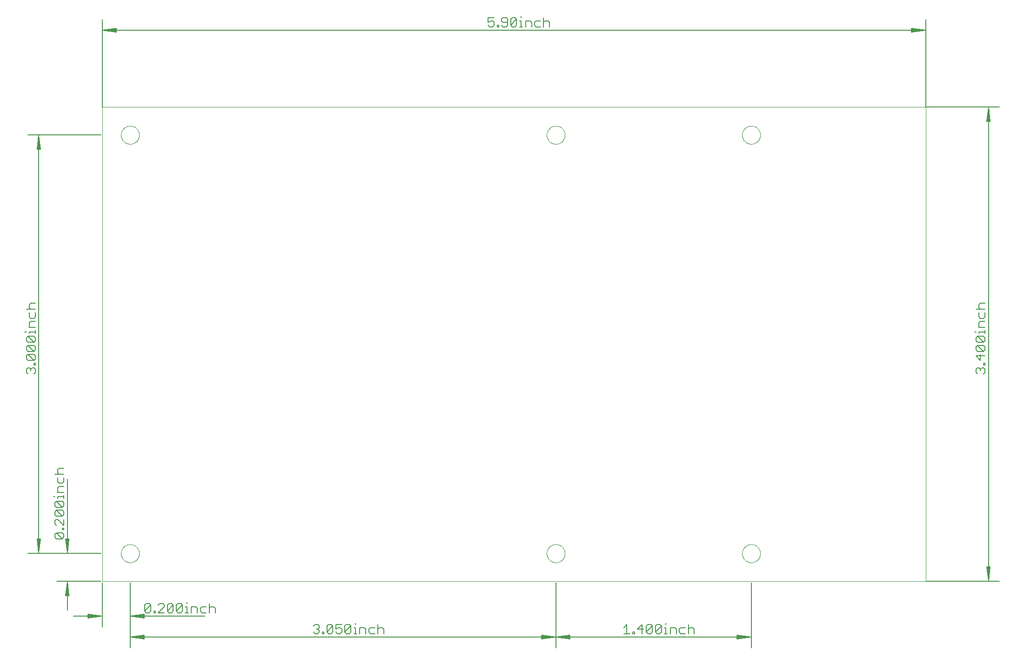
<source format=gbp>
G75*
%MOIN*%
%OFA0B0*%
%FSLAX25Y25*%
%IPPOS*%
%LPD*%
%AMOC8*
5,1,8,0,0,1.08239X$1,22.5*
%
%ADD10C,0.00000*%
%ADD11C,0.00512*%
%ADD12C,0.00600*%
D10*
X0240000Y0265000D02*
X0240000Y0605000D01*
X0830000Y0605000D01*
X0830000Y0265000D01*
X0240000Y0265000D01*
X0253500Y0285000D02*
X0253502Y0285161D01*
X0253508Y0285321D01*
X0253518Y0285482D01*
X0253532Y0285642D01*
X0253550Y0285802D01*
X0253571Y0285961D01*
X0253597Y0286120D01*
X0253627Y0286278D01*
X0253660Y0286435D01*
X0253698Y0286592D01*
X0253739Y0286747D01*
X0253784Y0286901D01*
X0253833Y0287054D01*
X0253886Y0287206D01*
X0253942Y0287357D01*
X0254003Y0287506D01*
X0254066Y0287654D01*
X0254134Y0287800D01*
X0254205Y0287944D01*
X0254279Y0288086D01*
X0254357Y0288227D01*
X0254439Y0288365D01*
X0254524Y0288502D01*
X0254612Y0288636D01*
X0254704Y0288768D01*
X0254799Y0288898D01*
X0254897Y0289026D01*
X0254998Y0289151D01*
X0255102Y0289273D01*
X0255209Y0289393D01*
X0255319Y0289510D01*
X0255432Y0289625D01*
X0255548Y0289736D01*
X0255667Y0289845D01*
X0255788Y0289950D01*
X0255912Y0290053D01*
X0256038Y0290153D01*
X0256166Y0290249D01*
X0256297Y0290342D01*
X0256431Y0290432D01*
X0256566Y0290519D01*
X0256704Y0290602D01*
X0256843Y0290682D01*
X0256985Y0290758D01*
X0257128Y0290831D01*
X0257273Y0290900D01*
X0257420Y0290966D01*
X0257568Y0291028D01*
X0257718Y0291086D01*
X0257869Y0291141D01*
X0258022Y0291192D01*
X0258176Y0291239D01*
X0258331Y0291282D01*
X0258487Y0291321D01*
X0258643Y0291357D01*
X0258801Y0291388D01*
X0258959Y0291416D01*
X0259118Y0291440D01*
X0259278Y0291460D01*
X0259438Y0291476D01*
X0259598Y0291488D01*
X0259759Y0291496D01*
X0259920Y0291500D01*
X0260080Y0291500D01*
X0260241Y0291496D01*
X0260402Y0291488D01*
X0260562Y0291476D01*
X0260722Y0291460D01*
X0260882Y0291440D01*
X0261041Y0291416D01*
X0261199Y0291388D01*
X0261357Y0291357D01*
X0261513Y0291321D01*
X0261669Y0291282D01*
X0261824Y0291239D01*
X0261978Y0291192D01*
X0262131Y0291141D01*
X0262282Y0291086D01*
X0262432Y0291028D01*
X0262580Y0290966D01*
X0262727Y0290900D01*
X0262872Y0290831D01*
X0263015Y0290758D01*
X0263157Y0290682D01*
X0263296Y0290602D01*
X0263434Y0290519D01*
X0263569Y0290432D01*
X0263703Y0290342D01*
X0263834Y0290249D01*
X0263962Y0290153D01*
X0264088Y0290053D01*
X0264212Y0289950D01*
X0264333Y0289845D01*
X0264452Y0289736D01*
X0264568Y0289625D01*
X0264681Y0289510D01*
X0264791Y0289393D01*
X0264898Y0289273D01*
X0265002Y0289151D01*
X0265103Y0289026D01*
X0265201Y0288898D01*
X0265296Y0288768D01*
X0265388Y0288636D01*
X0265476Y0288502D01*
X0265561Y0288365D01*
X0265643Y0288227D01*
X0265721Y0288086D01*
X0265795Y0287944D01*
X0265866Y0287800D01*
X0265934Y0287654D01*
X0265997Y0287506D01*
X0266058Y0287357D01*
X0266114Y0287206D01*
X0266167Y0287054D01*
X0266216Y0286901D01*
X0266261Y0286747D01*
X0266302Y0286592D01*
X0266340Y0286435D01*
X0266373Y0286278D01*
X0266403Y0286120D01*
X0266429Y0285961D01*
X0266450Y0285802D01*
X0266468Y0285642D01*
X0266482Y0285482D01*
X0266492Y0285321D01*
X0266498Y0285161D01*
X0266500Y0285000D01*
X0266498Y0284839D01*
X0266492Y0284679D01*
X0266482Y0284518D01*
X0266468Y0284358D01*
X0266450Y0284198D01*
X0266429Y0284039D01*
X0266403Y0283880D01*
X0266373Y0283722D01*
X0266340Y0283565D01*
X0266302Y0283408D01*
X0266261Y0283253D01*
X0266216Y0283099D01*
X0266167Y0282946D01*
X0266114Y0282794D01*
X0266058Y0282643D01*
X0265997Y0282494D01*
X0265934Y0282346D01*
X0265866Y0282200D01*
X0265795Y0282056D01*
X0265721Y0281914D01*
X0265643Y0281773D01*
X0265561Y0281635D01*
X0265476Y0281498D01*
X0265388Y0281364D01*
X0265296Y0281232D01*
X0265201Y0281102D01*
X0265103Y0280974D01*
X0265002Y0280849D01*
X0264898Y0280727D01*
X0264791Y0280607D01*
X0264681Y0280490D01*
X0264568Y0280375D01*
X0264452Y0280264D01*
X0264333Y0280155D01*
X0264212Y0280050D01*
X0264088Y0279947D01*
X0263962Y0279847D01*
X0263834Y0279751D01*
X0263703Y0279658D01*
X0263569Y0279568D01*
X0263434Y0279481D01*
X0263296Y0279398D01*
X0263157Y0279318D01*
X0263015Y0279242D01*
X0262872Y0279169D01*
X0262727Y0279100D01*
X0262580Y0279034D01*
X0262432Y0278972D01*
X0262282Y0278914D01*
X0262131Y0278859D01*
X0261978Y0278808D01*
X0261824Y0278761D01*
X0261669Y0278718D01*
X0261513Y0278679D01*
X0261357Y0278643D01*
X0261199Y0278612D01*
X0261041Y0278584D01*
X0260882Y0278560D01*
X0260722Y0278540D01*
X0260562Y0278524D01*
X0260402Y0278512D01*
X0260241Y0278504D01*
X0260080Y0278500D01*
X0259920Y0278500D01*
X0259759Y0278504D01*
X0259598Y0278512D01*
X0259438Y0278524D01*
X0259278Y0278540D01*
X0259118Y0278560D01*
X0258959Y0278584D01*
X0258801Y0278612D01*
X0258643Y0278643D01*
X0258487Y0278679D01*
X0258331Y0278718D01*
X0258176Y0278761D01*
X0258022Y0278808D01*
X0257869Y0278859D01*
X0257718Y0278914D01*
X0257568Y0278972D01*
X0257420Y0279034D01*
X0257273Y0279100D01*
X0257128Y0279169D01*
X0256985Y0279242D01*
X0256843Y0279318D01*
X0256704Y0279398D01*
X0256566Y0279481D01*
X0256431Y0279568D01*
X0256297Y0279658D01*
X0256166Y0279751D01*
X0256038Y0279847D01*
X0255912Y0279947D01*
X0255788Y0280050D01*
X0255667Y0280155D01*
X0255548Y0280264D01*
X0255432Y0280375D01*
X0255319Y0280490D01*
X0255209Y0280607D01*
X0255102Y0280727D01*
X0254998Y0280849D01*
X0254897Y0280974D01*
X0254799Y0281102D01*
X0254704Y0281232D01*
X0254612Y0281364D01*
X0254524Y0281498D01*
X0254439Y0281635D01*
X0254357Y0281773D01*
X0254279Y0281914D01*
X0254205Y0282056D01*
X0254134Y0282200D01*
X0254066Y0282346D01*
X0254003Y0282494D01*
X0253942Y0282643D01*
X0253886Y0282794D01*
X0253833Y0282946D01*
X0253784Y0283099D01*
X0253739Y0283253D01*
X0253698Y0283408D01*
X0253660Y0283565D01*
X0253627Y0283722D01*
X0253597Y0283880D01*
X0253571Y0284039D01*
X0253550Y0284198D01*
X0253532Y0284358D01*
X0253518Y0284518D01*
X0253508Y0284679D01*
X0253502Y0284839D01*
X0253500Y0285000D01*
X0558500Y0285000D02*
X0558502Y0285161D01*
X0558508Y0285321D01*
X0558518Y0285482D01*
X0558532Y0285642D01*
X0558550Y0285802D01*
X0558571Y0285961D01*
X0558597Y0286120D01*
X0558627Y0286278D01*
X0558660Y0286435D01*
X0558698Y0286592D01*
X0558739Y0286747D01*
X0558784Y0286901D01*
X0558833Y0287054D01*
X0558886Y0287206D01*
X0558942Y0287357D01*
X0559003Y0287506D01*
X0559066Y0287654D01*
X0559134Y0287800D01*
X0559205Y0287944D01*
X0559279Y0288086D01*
X0559357Y0288227D01*
X0559439Y0288365D01*
X0559524Y0288502D01*
X0559612Y0288636D01*
X0559704Y0288768D01*
X0559799Y0288898D01*
X0559897Y0289026D01*
X0559998Y0289151D01*
X0560102Y0289273D01*
X0560209Y0289393D01*
X0560319Y0289510D01*
X0560432Y0289625D01*
X0560548Y0289736D01*
X0560667Y0289845D01*
X0560788Y0289950D01*
X0560912Y0290053D01*
X0561038Y0290153D01*
X0561166Y0290249D01*
X0561297Y0290342D01*
X0561431Y0290432D01*
X0561566Y0290519D01*
X0561704Y0290602D01*
X0561843Y0290682D01*
X0561985Y0290758D01*
X0562128Y0290831D01*
X0562273Y0290900D01*
X0562420Y0290966D01*
X0562568Y0291028D01*
X0562718Y0291086D01*
X0562869Y0291141D01*
X0563022Y0291192D01*
X0563176Y0291239D01*
X0563331Y0291282D01*
X0563487Y0291321D01*
X0563643Y0291357D01*
X0563801Y0291388D01*
X0563959Y0291416D01*
X0564118Y0291440D01*
X0564278Y0291460D01*
X0564438Y0291476D01*
X0564598Y0291488D01*
X0564759Y0291496D01*
X0564920Y0291500D01*
X0565080Y0291500D01*
X0565241Y0291496D01*
X0565402Y0291488D01*
X0565562Y0291476D01*
X0565722Y0291460D01*
X0565882Y0291440D01*
X0566041Y0291416D01*
X0566199Y0291388D01*
X0566357Y0291357D01*
X0566513Y0291321D01*
X0566669Y0291282D01*
X0566824Y0291239D01*
X0566978Y0291192D01*
X0567131Y0291141D01*
X0567282Y0291086D01*
X0567432Y0291028D01*
X0567580Y0290966D01*
X0567727Y0290900D01*
X0567872Y0290831D01*
X0568015Y0290758D01*
X0568157Y0290682D01*
X0568296Y0290602D01*
X0568434Y0290519D01*
X0568569Y0290432D01*
X0568703Y0290342D01*
X0568834Y0290249D01*
X0568962Y0290153D01*
X0569088Y0290053D01*
X0569212Y0289950D01*
X0569333Y0289845D01*
X0569452Y0289736D01*
X0569568Y0289625D01*
X0569681Y0289510D01*
X0569791Y0289393D01*
X0569898Y0289273D01*
X0570002Y0289151D01*
X0570103Y0289026D01*
X0570201Y0288898D01*
X0570296Y0288768D01*
X0570388Y0288636D01*
X0570476Y0288502D01*
X0570561Y0288365D01*
X0570643Y0288227D01*
X0570721Y0288086D01*
X0570795Y0287944D01*
X0570866Y0287800D01*
X0570934Y0287654D01*
X0570997Y0287506D01*
X0571058Y0287357D01*
X0571114Y0287206D01*
X0571167Y0287054D01*
X0571216Y0286901D01*
X0571261Y0286747D01*
X0571302Y0286592D01*
X0571340Y0286435D01*
X0571373Y0286278D01*
X0571403Y0286120D01*
X0571429Y0285961D01*
X0571450Y0285802D01*
X0571468Y0285642D01*
X0571482Y0285482D01*
X0571492Y0285321D01*
X0571498Y0285161D01*
X0571500Y0285000D01*
X0571498Y0284839D01*
X0571492Y0284679D01*
X0571482Y0284518D01*
X0571468Y0284358D01*
X0571450Y0284198D01*
X0571429Y0284039D01*
X0571403Y0283880D01*
X0571373Y0283722D01*
X0571340Y0283565D01*
X0571302Y0283408D01*
X0571261Y0283253D01*
X0571216Y0283099D01*
X0571167Y0282946D01*
X0571114Y0282794D01*
X0571058Y0282643D01*
X0570997Y0282494D01*
X0570934Y0282346D01*
X0570866Y0282200D01*
X0570795Y0282056D01*
X0570721Y0281914D01*
X0570643Y0281773D01*
X0570561Y0281635D01*
X0570476Y0281498D01*
X0570388Y0281364D01*
X0570296Y0281232D01*
X0570201Y0281102D01*
X0570103Y0280974D01*
X0570002Y0280849D01*
X0569898Y0280727D01*
X0569791Y0280607D01*
X0569681Y0280490D01*
X0569568Y0280375D01*
X0569452Y0280264D01*
X0569333Y0280155D01*
X0569212Y0280050D01*
X0569088Y0279947D01*
X0568962Y0279847D01*
X0568834Y0279751D01*
X0568703Y0279658D01*
X0568569Y0279568D01*
X0568434Y0279481D01*
X0568296Y0279398D01*
X0568157Y0279318D01*
X0568015Y0279242D01*
X0567872Y0279169D01*
X0567727Y0279100D01*
X0567580Y0279034D01*
X0567432Y0278972D01*
X0567282Y0278914D01*
X0567131Y0278859D01*
X0566978Y0278808D01*
X0566824Y0278761D01*
X0566669Y0278718D01*
X0566513Y0278679D01*
X0566357Y0278643D01*
X0566199Y0278612D01*
X0566041Y0278584D01*
X0565882Y0278560D01*
X0565722Y0278540D01*
X0565562Y0278524D01*
X0565402Y0278512D01*
X0565241Y0278504D01*
X0565080Y0278500D01*
X0564920Y0278500D01*
X0564759Y0278504D01*
X0564598Y0278512D01*
X0564438Y0278524D01*
X0564278Y0278540D01*
X0564118Y0278560D01*
X0563959Y0278584D01*
X0563801Y0278612D01*
X0563643Y0278643D01*
X0563487Y0278679D01*
X0563331Y0278718D01*
X0563176Y0278761D01*
X0563022Y0278808D01*
X0562869Y0278859D01*
X0562718Y0278914D01*
X0562568Y0278972D01*
X0562420Y0279034D01*
X0562273Y0279100D01*
X0562128Y0279169D01*
X0561985Y0279242D01*
X0561843Y0279318D01*
X0561704Y0279398D01*
X0561566Y0279481D01*
X0561431Y0279568D01*
X0561297Y0279658D01*
X0561166Y0279751D01*
X0561038Y0279847D01*
X0560912Y0279947D01*
X0560788Y0280050D01*
X0560667Y0280155D01*
X0560548Y0280264D01*
X0560432Y0280375D01*
X0560319Y0280490D01*
X0560209Y0280607D01*
X0560102Y0280727D01*
X0559998Y0280849D01*
X0559897Y0280974D01*
X0559799Y0281102D01*
X0559704Y0281232D01*
X0559612Y0281364D01*
X0559524Y0281498D01*
X0559439Y0281635D01*
X0559357Y0281773D01*
X0559279Y0281914D01*
X0559205Y0282056D01*
X0559134Y0282200D01*
X0559066Y0282346D01*
X0559003Y0282494D01*
X0558942Y0282643D01*
X0558886Y0282794D01*
X0558833Y0282946D01*
X0558784Y0283099D01*
X0558739Y0283253D01*
X0558698Y0283408D01*
X0558660Y0283565D01*
X0558627Y0283722D01*
X0558597Y0283880D01*
X0558571Y0284039D01*
X0558550Y0284198D01*
X0558532Y0284358D01*
X0558518Y0284518D01*
X0558508Y0284679D01*
X0558502Y0284839D01*
X0558500Y0285000D01*
X0698500Y0285000D02*
X0698502Y0285161D01*
X0698508Y0285321D01*
X0698518Y0285482D01*
X0698532Y0285642D01*
X0698550Y0285802D01*
X0698571Y0285961D01*
X0698597Y0286120D01*
X0698627Y0286278D01*
X0698660Y0286435D01*
X0698698Y0286592D01*
X0698739Y0286747D01*
X0698784Y0286901D01*
X0698833Y0287054D01*
X0698886Y0287206D01*
X0698942Y0287357D01*
X0699003Y0287506D01*
X0699066Y0287654D01*
X0699134Y0287800D01*
X0699205Y0287944D01*
X0699279Y0288086D01*
X0699357Y0288227D01*
X0699439Y0288365D01*
X0699524Y0288502D01*
X0699612Y0288636D01*
X0699704Y0288768D01*
X0699799Y0288898D01*
X0699897Y0289026D01*
X0699998Y0289151D01*
X0700102Y0289273D01*
X0700209Y0289393D01*
X0700319Y0289510D01*
X0700432Y0289625D01*
X0700548Y0289736D01*
X0700667Y0289845D01*
X0700788Y0289950D01*
X0700912Y0290053D01*
X0701038Y0290153D01*
X0701166Y0290249D01*
X0701297Y0290342D01*
X0701431Y0290432D01*
X0701566Y0290519D01*
X0701704Y0290602D01*
X0701843Y0290682D01*
X0701985Y0290758D01*
X0702128Y0290831D01*
X0702273Y0290900D01*
X0702420Y0290966D01*
X0702568Y0291028D01*
X0702718Y0291086D01*
X0702869Y0291141D01*
X0703022Y0291192D01*
X0703176Y0291239D01*
X0703331Y0291282D01*
X0703487Y0291321D01*
X0703643Y0291357D01*
X0703801Y0291388D01*
X0703959Y0291416D01*
X0704118Y0291440D01*
X0704278Y0291460D01*
X0704438Y0291476D01*
X0704598Y0291488D01*
X0704759Y0291496D01*
X0704920Y0291500D01*
X0705080Y0291500D01*
X0705241Y0291496D01*
X0705402Y0291488D01*
X0705562Y0291476D01*
X0705722Y0291460D01*
X0705882Y0291440D01*
X0706041Y0291416D01*
X0706199Y0291388D01*
X0706357Y0291357D01*
X0706513Y0291321D01*
X0706669Y0291282D01*
X0706824Y0291239D01*
X0706978Y0291192D01*
X0707131Y0291141D01*
X0707282Y0291086D01*
X0707432Y0291028D01*
X0707580Y0290966D01*
X0707727Y0290900D01*
X0707872Y0290831D01*
X0708015Y0290758D01*
X0708157Y0290682D01*
X0708296Y0290602D01*
X0708434Y0290519D01*
X0708569Y0290432D01*
X0708703Y0290342D01*
X0708834Y0290249D01*
X0708962Y0290153D01*
X0709088Y0290053D01*
X0709212Y0289950D01*
X0709333Y0289845D01*
X0709452Y0289736D01*
X0709568Y0289625D01*
X0709681Y0289510D01*
X0709791Y0289393D01*
X0709898Y0289273D01*
X0710002Y0289151D01*
X0710103Y0289026D01*
X0710201Y0288898D01*
X0710296Y0288768D01*
X0710388Y0288636D01*
X0710476Y0288502D01*
X0710561Y0288365D01*
X0710643Y0288227D01*
X0710721Y0288086D01*
X0710795Y0287944D01*
X0710866Y0287800D01*
X0710934Y0287654D01*
X0710997Y0287506D01*
X0711058Y0287357D01*
X0711114Y0287206D01*
X0711167Y0287054D01*
X0711216Y0286901D01*
X0711261Y0286747D01*
X0711302Y0286592D01*
X0711340Y0286435D01*
X0711373Y0286278D01*
X0711403Y0286120D01*
X0711429Y0285961D01*
X0711450Y0285802D01*
X0711468Y0285642D01*
X0711482Y0285482D01*
X0711492Y0285321D01*
X0711498Y0285161D01*
X0711500Y0285000D01*
X0711498Y0284839D01*
X0711492Y0284679D01*
X0711482Y0284518D01*
X0711468Y0284358D01*
X0711450Y0284198D01*
X0711429Y0284039D01*
X0711403Y0283880D01*
X0711373Y0283722D01*
X0711340Y0283565D01*
X0711302Y0283408D01*
X0711261Y0283253D01*
X0711216Y0283099D01*
X0711167Y0282946D01*
X0711114Y0282794D01*
X0711058Y0282643D01*
X0710997Y0282494D01*
X0710934Y0282346D01*
X0710866Y0282200D01*
X0710795Y0282056D01*
X0710721Y0281914D01*
X0710643Y0281773D01*
X0710561Y0281635D01*
X0710476Y0281498D01*
X0710388Y0281364D01*
X0710296Y0281232D01*
X0710201Y0281102D01*
X0710103Y0280974D01*
X0710002Y0280849D01*
X0709898Y0280727D01*
X0709791Y0280607D01*
X0709681Y0280490D01*
X0709568Y0280375D01*
X0709452Y0280264D01*
X0709333Y0280155D01*
X0709212Y0280050D01*
X0709088Y0279947D01*
X0708962Y0279847D01*
X0708834Y0279751D01*
X0708703Y0279658D01*
X0708569Y0279568D01*
X0708434Y0279481D01*
X0708296Y0279398D01*
X0708157Y0279318D01*
X0708015Y0279242D01*
X0707872Y0279169D01*
X0707727Y0279100D01*
X0707580Y0279034D01*
X0707432Y0278972D01*
X0707282Y0278914D01*
X0707131Y0278859D01*
X0706978Y0278808D01*
X0706824Y0278761D01*
X0706669Y0278718D01*
X0706513Y0278679D01*
X0706357Y0278643D01*
X0706199Y0278612D01*
X0706041Y0278584D01*
X0705882Y0278560D01*
X0705722Y0278540D01*
X0705562Y0278524D01*
X0705402Y0278512D01*
X0705241Y0278504D01*
X0705080Y0278500D01*
X0704920Y0278500D01*
X0704759Y0278504D01*
X0704598Y0278512D01*
X0704438Y0278524D01*
X0704278Y0278540D01*
X0704118Y0278560D01*
X0703959Y0278584D01*
X0703801Y0278612D01*
X0703643Y0278643D01*
X0703487Y0278679D01*
X0703331Y0278718D01*
X0703176Y0278761D01*
X0703022Y0278808D01*
X0702869Y0278859D01*
X0702718Y0278914D01*
X0702568Y0278972D01*
X0702420Y0279034D01*
X0702273Y0279100D01*
X0702128Y0279169D01*
X0701985Y0279242D01*
X0701843Y0279318D01*
X0701704Y0279398D01*
X0701566Y0279481D01*
X0701431Y0279568D01*
X0701297Y0279658D01*
X0701166Y0279751D01*
X0701038Y0279847D01*
X0700912Y0279947D01*
X0700788Y0280050D01*
X0700667Y0280155D01*
X0700548Y0280264D01*
X0700432Y0280375D01*
X0700319Y0280490D01*
X0700209Y0280607D01*
X0700102Y0280727D01*
X0699998Y0280849D01*
X0699897Y0280974D01*
X0699799Y0281102D01*
X0699704Y0281232D01*
X0699612Y0281364D01*
X0699524Y0281498D01*
X0699439Y0281635D01*
X0699357Y0281773D01*
X0699279Y0281914D01*
X0699205Y0282056D01*
X0699134Y0282200D01*
X0699066Y0282346D01*
X0699003Y0282494D01*
X0698942Y0282643D01*
X0698886Y0282794D01*
X0698833Y0282946D01*
X0698784Y0283099D01*
X0698739Y0283253D01*
X0698698Y0283408D01*
X0698660Y0283565D01*
X0698627Y0283722D01*
X0698597Y0283880D01*
X0698571Y0284039D01*
X0698550Y0284198D01*
X0698532Y0284358D01*
X0698518Y0284518D01*
X0698508Y0284679D01*
X0698502Y0284839D01*
X0698500Y0285000D01*
X0698500Y0585000D02*
X0698502Y0585161D01*
X0698508Y0585321D01*
X0698518Y0585482D01*
X0698532Y0585642D01*
X0698550Y0585802D01*
X0698571Y0585961D01*
X0698597Y0586120D01*
X0698627Y0586278D01*
X0698660Y0586435D01*
X0698698Y0586592D01*
X0698739Y0586747D01*
X0698784Y0586901D01*
X0698833Y0587054D01*
X0698886Y0587206D01*
X0698942Y0587357D01*
X0699003Y0587506D01*
X0699066Y0587654D01*
X0699134Y0587800D01*
X0699205Y0587944D01*
X0699279Y0588086D01*
X0699357Y0588227D01*
X0699439Y0588365D01*
X0699524Y0588502D01*
X0699612Y0588636D01*
X0699704Y0588768D01*
X0699799Y0588898D01*
X0699897Y0589026D01*
X0699998Y0589151D01*
X0700102Y0589273D01*
X0700209Y0589393D01*
X0700319Y0589510D01*
X0700432Y0589625D01*
X0700548Y0589736D01*
X0700667Y0589845D01*
X0700788Y0589950D01*
X0700912Y0590053D01*
X0701038Y0590153D01*
X0701166Y0590249D01*
X0701297Y0590342D01*
X0701431Y0590432D01*
X0701566Y0590519D01*
X0701704Y0590602D01*
X0701843Y0590682D01*
X0701985Y0590758D01*
X0702128Y0590831D01*
X0702273Y0590900D01*
X0702420Y0590966D01*
X0702568Y0591028D01*
X0702718Y0591086D01*
X0702869Y0591141D01*
X0703022Y0591192D01*
X0703176Y0591239D01*
X0703331Y0591282D01*
X0703487Y0591321D01*
X0703643Y0591357D01*
X0703801Y0591388D01*
X0703959Y0591416D01*
X0704118Y0591440D01*
X0704278Y0591460D01*
X0704438Y0591476D01*
X0704598Y0591488D01*
X0704759Y0591496D01*
X0704920Y0591500D01*
X0705080Y0591500D01*
X0705241Y0591496D01*
X0705402Y0591488D01*
X0705562Y0591476D01*
X0705722Y0591460D01*
X0705882Y0591440D01*
X0706041Y0591416D01*
X0706199Y0591388D01*
X0706357Y0591357D01*
X0706513Y0591321D01*
X0706669Y0591282D01*
X0706824Y0591239D01*
X0706978Y0591192D01*
X0707131Y0591141D01*
X0707282Y0591086D01*
X0707432Y0591028D01*
X0707580Y0590966D01*
X0707727Y0590900D01*
X0707872Y0590831D01*
X0708015Y0590758D01*
X0708157Y0590682D01*
X0708296Y0590602D01*
X0708434Y0590519D01*
X0708569Y0590432D01*
X0708703Y0590342D01*
X0708834Y0590249D01*
X0708962Y0590153D01*
X0709088Y0590053D01*
X0709212Y0589950D01*
X0709333Y0589845D01*
X0709452Y0589736D01*
X0709568Y0589625D01*
X0709681Y0589510D01*
X0709791Y0589393D01*
X0709898Y0589273D01*
X0710002Y0589151D01*
X0710103Y0589026D01*
X0710201Y0588898D01*
X0710296Y0588768D01*
X0710388Y0588636D01*
X0710476Y0588502D01*
X0710561Y0588365D01*
X0710643Y0588227D01*
X0710721Y0588086D01*
X0710795Y0587944D01*
X0710866Y0587800D01*
X0710934Y0587654D01*
X0710997Y0587506D01*
X0711058Y0587357D01*
X0711114Y0587206D01*
X0711167Y0587054D01*
X0711216Y0586901D01*
X0711261Y0586747D01*
X0711302Y0586592D01*
X0711340Y0586435D01*
X0711373Y0586278D01*
X0711403Y0586120D01*
X0711429Y0585961D01*
X0711450Y0585802D01*
X0711468Y0585642D01*
X0711482Y0585482D01*
X0711492Y0585321D01*
X0711498Y0585161D01*
X0711500Y0585000D01*
X0711498Y0584839D01*
X0711492Y0584679D01*
X0711482Y0584518D01*
X0711468Y0584358D01*
X0711450Y0584198D01*
X0711429Y0584039D01*
X0711403Y0583880D01*
X0711373Y0583722D01*
X0711340Y0583565D01*
X0711302Y0583408D01*
X0711261Y0583253D01*
X0711216Y0583099D01*
X0711167Y0582946D01*
X0711114Y0582794D01*
X0711058Y0582643D01*
X0710997Y0582494D01*
X0710934Y0582346D01*
X0710866Y0582200D01*
X0710795Y0582056D01*
X0710721Y0581914D01*
X0710643Y0581773D01*
X0710561Y0581635D01*
X0710476Y0581498D01*
X0710388Y0581364D01*
X0710296Y0581232D01*
X0710201Y0581102D01*
X0710103Y0580974D01*
X0710002Y0580849D01*
X0709898Y0580727D01*
X0709791Y0580607D01*
X0709681Y0580490D01*
X0709568Y0580375D01*
X0709452Y0580264D01*
X0709333Y0580155D01*
X0709212Y0580050D01*
X0709088Y0579947D01*
X0708962Y0579847D01*
X0708834Y0579751D01*
X0708703Y0579658D01*
X0708569Y0579568D01*
X0708434Y0579481D01*
X0708296Y0579398D01*
X0708157Y0579318D01*
X0708015Y0579242D01*
X0707872Y0579169D01*
X0707727Y0579100D01*
X0707580Y0579034D01*
X0707432Y0578972D01*
X0707282Y0578914D01*
X0707131Y0578859D01*
X0706978Y0578808D01*
X0706824Y0578761D01*
X0706669Y0578718D01*
X0706513Y0578679D01*
X0706357Y0578643D01*
X0706199Y0578612D01*
X0706041Y0578584D01*
X0705882Y0578560D01*
X0705722Y0578540D01*
X0705562Y0578524D01*
X0705402Y0578512D01*
X0705241Y0578504D01*
X0705080Y0578500D01*
X0704920Y0578500D01*
X0704759Y0578504D01*
X0704598Y0578512D01*
X0704438Y0578524D01*
X0704278Y0578540D01*
X0704118Y0578560D01*
X0703959Y0578584D01*
X0703801Y0578612D01*
X0703643Y0578643D01*
X0703487Y0578679D01*
X0703331Y0578718D01*
X0703176Y0578761D01*
X0703022Y0578808D01*
X0702869Y0578859D01*
X0702718Y0578914D01*
X0702568Y0578972D01*
X0702420Y0579034D01*
X0702273Y0579100D01*
X0702128Y0579169D01*
X0701985Y0579242D01*
X0701843Y0579318D01*
X0701704Y0579398D01*
X0701566Y0579481D01*
X0701431Y0579568D01*
X0701297Y0579658D01*
X0701166Y0579751D01*
X0701038Y0579847D01*
X0700912Y0579947D01*
X0700788Y0580050D01*
X0700667Y0580155D01*
X0700548Y0580264D01*
X0700432Y0580375D01*
X0700319Y0580490D01*
X0700209Y0580607D01*
X0700102Y0580727D01*
X0699998Y0580849D01*
X0699897Y0580974D01*
X0699799Y0581102D01*
X0699704Y0581232D01*
X0699612Y0581364D01*
X0699524Y0581498D01*
X0699439Y0581635D01*
X0699357Y0581773D01*
X0699279Y0581914D01*
X0699205Y0582056D01*
X0699134Y0582200D01*
X0699066Y0582346D01*
X0699003Y0582494D01*
X0698942Y0582643D01*
X0698886Y0582794D01*
X0698833Y0582946D01*
X0698784Y0583099D01*
X0698739Y0583253D01*
X0698698Y0583408D01*
X0698660Y0583565D01*
X0698627Y0583722D01*
X0698597Y0583880D01*
X0698571Y0584039D01*
X0698550Y0584198D01*
X0698532Y0584358D01*
X0698518Y0584518D01*
X0698508Y0584679D01*
X0698502Y0584839D01*
X0698500Y0585000D01*
X0558500Y0585000D02*
X0558502Y0585161D01*
X0558508Y0585321D01*
X0558518Y0585482D01*
X0558532Y0585642D01*
X0558550Y0585802D01*
X0558571Y0585961D01*
X0558597Y0586120D01*
X0558627Y0586278D01*
X0558660Y0586435D01*
X0558698Y0586592D01*
X0558739Y0586747D01*
X0558784Y0586901D01*
X0558833Y0587054D01*
X0558886Y0587206D01*
X0558942Y0587357D01*
X0559003Y0587506D01*
X0559066Y0587654D01*
X0559134Y0587800D01*
X0559205Y0587944D01*
X0559279Y0588086D01*
X0559357Y0588227D01*
X0559439Y0588365D01*
X0559524Y0588502D01*
X0559612Y0588636D01*
X0559704Y0588768D01*
X0559799Y0588898D01*
X0559897Y0589026D01*
X0559998Y0589151D01*
X0560102Y0589273D01*
X0560209Y0589393D01*
X0560319Y0589510D01*
X0560432Y0589625D01*
X0560548Y0589736D01*
X0560667Y0589845D01*
X0560788Y0589950D01*
X0560912Y0590053D01*
X0561038Y0590153D01*
X0561166Y0590249D01*
X0561297Y0590342D01*
X0561431Y0590432D01*
X0561566Y0590519D01*
X0561704Y0590602D01*
X0561843Y0590682D01*
X0561985Y0590758D01*
X0562128Y0590831D01*
X0562273Y0590900D01*
X0562420Y0590966D01*
X0562568Y0591028D01*
X0562718Y0591086D01*
X0562869Y0591141D01*
X0563022Y0591192D01*
X0563176Y0591239D01*
X0563331Y0591282D01*
X0563487Y0591321D01*
X0563643Y0591357D01*
X0563801Y0591388D01*
X0563959Y0591416D01*
X0564118Y0591440D01*
X0564278Y0591460D01*
X0564438Y0591476D01*
X0564598Y0591488D01*
X0564759Y0591496D01*
X0564920Y0591500D01*
X0565080Y0591500D01*
X0565241Y0591496D01*
X0565402Y0591488D01*
X0565562Y0591476D01*
X0565722Y0591460D01*
X0565882Y0591440D01*
X0566041Y0591416D01*
X0566199Y0591388D01*
X0566357Y0591357D01*
X0566513Y0591321D01*
X0566669Y0591282D01*
X0566824Y0591239D01*
X0566978Y0591192D01*
X0567131Y0591141D01*
X0567282Y0591086D01*
X0567432Y0591028D01*
X0567580Y0590966D01*
X0567727Y0590900D01*
X0567872Y0590831D01*
X0568015Y0590758D01*
X0568157Y0590682D01*
X0568296Y0590602D01*
X0568434Y0590519D01*
X0568569Y0590432D01*
X0568703Y0590342D01*
X0568834Y0590249D01*
X0568962Y0590153D01*
X0569088Y0590053D01*
X0569212Y0589950D01*
X0569333Y0589845D01*
X0569452Y0589736D01*
X0569568Y0589625D01*
X0569681Y0589510D01*
X0569791Y0589393D01*
X0569898Y0589273D01*
X0570002Y0589151D01*
X0570103Y0589026D01*
X0570201Y0588898D01*
X0570296Y0588768D01*
X0570388Y0588636D01*
X0570476Y0588502D01*
X0570561Y0588365D01*
X0570643Y0588227D01*
X0570721Y0588086D01*
X0570795Y0587944D01*
X0570866Y0587800D01*
X0570934Y0587654D01*
X0570997Y0587506D01*
X0571058Y0587357D01*
X0571114Y0587206D01*
X0571167Y0587054D01*
X0571216Y0586901D01*
X0571261Y0586747D01*
X0571302Y0586592D01*
X0571340Y0586435D01*
X0571373Y0586278D01*
X0571403Y0586120D01*
X0571429Y0585961D01*
X0571450Y0585802D01*
X0571468Y0585642D01*
X0571482Y0585482D01*
X0571492Y0585321D01*
X0571498Y0585161D01*
X0571500Y0585000D01*
X0571498Y0584839D01*
X0571492Y0584679D01*
X0571482Y0584518D01*
X0571468Y0584358D01*
X0571450Y0584198D01*
X0571429Y0584039D01*
X0571403Y0583880D01*
X0571373Y0583722D01*
X0571340Y0583565D01*
X0571302Y0583408D01*
X0571261Y0583253D01*
X0571216Y0583099D01*
X0571167Y0582946D01*
X0571114Y0582794D01*
X0571058Y0582643D01*
X0570997Y0582494D01*
X0570934Y0582346D01*
X0570866Y0582200D01*
X0570795Y0582056D01*
X0570721Y0581914D01*
X0570643Y0581773D01*
X0570561Y0581635D01*
X0570476Y0581498D01*
X0570388Y0581364D01*
X0570296Y0581232D01*
X0570201Y0581102D01*
X0570103Y0580974D01*
X0570002Y0580849D01*
X0569898Y0580727D01*
X0569791Y0580607D01*
X0569681Y0580490D01*
X0569568Y0580375D01*
X0569452Y0580264D01*
X0569333Y0580155D01*
X0569212Y0580050D01*
X0569088Y0579947D01*
X0568962Y0579847D01*
X0568834Y0579751D01*
X0568703Y0579658D01*
X0568569Y0579568D01*
X0568434Y0579481D01*
X0568296Y0579398D01*
X0568157Y0579318D01*
X0568015Y0579242D01*
X0567872Y0579169D01*
X0567727Y0579100D01*
X0567580Y0579034D01*
X0567432Y0578972D01*
X0567282Y0578914D01*
X0567131Y0578859D01*
X0566978Y0578808D01*
X0566824Y0578761D01*
X0566669Y0578718D01*
X0566513Y0578679D01*
X0566357Y0578643D01*
X0566199Y0578612D01*
X0566041Y0578584D01*
X0565882Y0578560D01*
X0565722Y0578540D01*
X0565562Y0578524D01*
X0565402Y0578512D01*
X0565241Y0578504D01*
X0565080Y0578500D01*
X0564920Y0578500D01*
X0564759Y0578504D01*
X0564598Y0578512D01*
X0564438Y0578524D01*
X0564278Y0578540D01*
X0564118Y0578560D01*
X0563959Y0578584D01*
X0563801Y0578612D01*
X0563643Y0578643D01*
X0563487Y0578679D01*
X0563331Y0578718D01*
X0563176Y0578761D01*
X0563022Y0578808D01*
X0562869Y0578859D01*
X0562718Y0578914D01*
X0562568Y0578972D01*
X0562420Y0579034D01*
X0562273Y0579100D01*
X0562128Y0579169D01*
X0561985Y0579242D01*
X0561843Y0579318D01*
X0561704Y0579398D01*
X0561566Y0579481D01*
X0561431Y0579568D01*
X0561297Y0579658D01*
X0561166Y0579751D01*
X0561038Y0579847D01*
X0560912Y0579947D01*
X0560788Y0580050D01*
X0560667Y0580155D01*
X0560548Y0580264D01*
X0560432Y0580375D01*
X0560319Y0580490D01*
X0560209Y0580607D01*
X0560102Y0580727D01*
X0559998Y0580849D01*
X0559897Y0580974D01*
X0559799Y0581102D01*
X0559704Y0581232D01*
X0559612Y0581364D01*
X0559524Y0581498D01*
X0559439Y0581635D01*
X0559357Y0581773D01*
X0559279Y0581914D01*
X0559205Y0582056D01*
X0559134Y0582200D01*
X0559066Y0582346D01*
X0559003Y0582494D01*
X0558942Y0582643D01*
X0558886Y0582794D01*
X0558833Y0582946D01*
X0558784Y0583099D01*
X0558739Y0583253D01*
X0558698Y0583408D01*
X0558660Y0583565D01*
X0558627Y0583722D01*
X0558597Y0583880D01*
X0558571Y0584039D01*
X0558550Y0584198D01*
X0558532Y0584358D01*
X0558518Y0584518D01*
X0558508Y0584679D01*
X0558502Y0584839D01*
X0558500Y0585000D01*
X0253500Y0585000D02*
X0253502Y0585161D01*
X0253508Y0585321D01*
X0253518Y0585482D01*
X0253532Y0585642D01*
X0253550Y0585802D01*
X0253571Y0585961D01*
X0253597Y0586120D01*
X0253627Y0586278D01*
X0253660Y0586435D01*
X0253698Y0586592D01*
X0253739Y0586747D01*
X0253784Y0586901D01*
X0253833Y0587054D01*
X0253886Y0587206D01*
X0253942Y0587357D01*
X0254003Y0587506D01*
X0254066Y0587654D01*
X0254134Y0587800D01*
X0254205Y0587944D01*
X0254279Y0588086D01*
X0254357Y0588227D01*
X0254439Y0588365D01*
X0254524Y0588502D01*
X0254612Y0588636D01*
X0254704Y0588768D01*
X0254799Y0588898D01*
X0254897Y0589026D01*
X0254998Y0589151D01*
X0255102Y0589273D01*
X0255209Y0589393D01*
X0255319Y0589510D01*
X0255432Y0589625D01*
X0255548Y0589736D01*
X0255667Y0589845D01*
X0255788Y0589950D01*
X0255912Y0590053D01*
X0256038Y0590153D01*
X0256166Y0590249D01*
X0256297Y0590342D01*
X0256431Y0590432D01*
X0256566Y0590519D01*
X0256704Y0590602D01*
X0256843Y0590682D01*
X0256985Y0590758D01*
X0257128Y0590831D01*
X0257273Y0590900D01*
X0257420Y0590966D01*
X0257568Y0591028D01*
X0257718Y0591086D01*
X0257869Y0591141D01*
X0258022Y0591192D01*
X0258176Y0591239D01*
X0258331Y0591282D01*
X0258487Y0591321D01*
X0258643Y0591357D01*
X0258801Y0591388D01*
X0258959Y0591416D01*
X0259118Y0591440D01*
X0259278Y0591460D01*
X0259438Y0591476D01*
X0259598Y0591488D01*
X0259759Y0591496D01*
X0259920Y0591500D01*
X0260080Y0591500D01*
X0260241Y0591496D01*
X0260402Y0591488D01*
X0260562Y0591476D01*
X0260722Y0591460D01*
X0260882Y0591440D01*
X0261041Y0591416D01*
X0261199Y0591388D01*
X0261357Y0591357D01*
X0261513Y0591321D01*
X0261669Y0591282D01*
X0261824Y0591239D01*
X0261978Y0591192D01*
X0262131Y0591141D01*
X0262282Y0591086D01*
X0262432Y0591028D01*
X0262580Y0590966D01*
X0262727Y0590900D01*
X0262872Y0590831D01*
X0263015Y0590758D01*
X0263157Y0590682D01*
X0263296Y0590602D01*
X0263434Y0590519D01*
X0263569Y0590432D01*
X0263703Y0590342D01*
X0263834Y0590249D01*
X0263962Y0590153D01*
X0264088Y0590053D01*
X0264212Y0589950D01*
X0264333Y0589845D01*
X0264452Y0589736D01*
X0264568Y0589625D01*
X0264681Y0589510D01*
X0264791Y0589393D01*
X0264898Y0589273D01*
X0265002Y0589151D01*
X0265103Y0589026D01*
X0265201Y0588898D01*
X0265296Y0588768D01*
X0265388Y0588636D01*
X0265476Y0588502D01*
X0265561Y0588365D01*
X0265643Y0588227D01*
X0265721Y0588086D01*
X0265795Y0587944D01*
X0265866Y0587800D01*
X0265934Y0587654D01*
X0265997Y0587506D01*
X0266058Y0587357D01*
X0266114Y0587206D01*
X0266167Y0587054D01*
X0266216Y0586901D01*
X0266261Y0586747D01*
X0266302Y0586592D01*
X0266340Y0586435D01*
X0266373Y0586278D01*
X0266403Y0586120D01*
X0266429Y0585961D01*
X0266450Y0585802D01*
X0266468Y0585642D01*
X0266482Y0585482D01*
X0266492Y0585321D01*
X0266498Y0585161D01*
X0266500Y0585000D01*
X0266498Y0584839D01*
X0266492Y0584679D01*
X0266482Y0584518D01*
X0266468Y0584358D01*
X0266450Y0584198D01*
X0266429Y0584039D01*
X0266403Y0583880D01*
X0266373Y0583722D01*
X0266340Y0583565D01*
X0266302Y0583408D01*
X0266261Y0583253D01*
X0266216Y0583099D01*
X0266167Y0582946D01*
X0266114Y0582794D01*
X0266058Y0582643D01*
X0265997Y0582494D01*
X0265934Y0582346D01*
X0265866Y0582200D01*
X0265795Y0582056D01*
X0265721Y0581914D01*
X0265643Y0581773D01*
X0265561Y0581635D01*
X0265476Y0581498D01*
X0265388Y0581364D01*
X0265296Y0581232D01*
X0265201Y0581102D01*
X0265103Y0580974D01*
X0265002Y0580849D01*
X0264898Y0580727D01*
X0264791Y0580607D01*
X0264681Y0580490D01*
X0264568Y0580375D01*
X0264452Y0580264D01*
X0264333Y0580155D01*
X0264212Y0580050D01*
X0264088Y0579947D01*
X0263962Y0579847D01*
X0263834Y0579751D01*
X0263703Y0579658D01*
X0263569Y0579568D01*
X0263434Y0579481D01*
X0263296Y0579398D01*
X0263157Y0579318D01*
X0263015Y0579242D01*
X0262872Y0579169D01*
X0262727Y0579100D01*
X0262580Y0579034D01*
X0262432Y0578972D01*
X0262282Y0578914D01*
X0262131Y0578859D01*
X0261978Y0578808D01*
X0261824Y0578761D01*
X0261669Y0578718D01*
X0261513Y0578679D01*
X0261357Y0578643D01*
X0261199Y0578612D01*
X0261041Y0578584D01*
X0260882Y0578560D01*
X0260722Y0578540D01*
X0260562Y0578524D01*
X0260402Y0578512D01*
X0260241Y0578504D01*
X0260080Y0578500D01*
X0259920Y0578500D01*
X0259759Y0578504D01*
X0259598Y0578512D01*
X0259438Y0578524D01*
X0259278Y0578540D01*
X0259118Y0578560D01*
X0258959Y0578584D01*
X0258801Y0578612D01*
X0258643Y0578643D01*
X0258487Y0578679D01*
X0258331Y0578718D01*
X0258176Y0578761D01*
X0258022Y0578808D01*
X0257869Y0578859D01*
X0257718Y0578914D01*
X0257568Y0578972D01*
X0257420Y0579034D01*
X0257273Y0579100D01*
X0257128Y0579169D01*
X0256985Y0579242D01*
X0256843Y0579318D01*
X0256704Y0579398D01*
X0256566Y0579481D01*
X0256431Y0579568D01*
X0256297Y0579658D01*
X0256166Y0579751D01*
X0256038Y0579847D01*
X0255912Y0579947D01*
X0255788Y0580050D01*
X0255667Y0580155D01*
X0255548Y0580264D01*
X0255432Y0580375D01*
X0255319Y0580490D01*
X0255209Y0580607D01*
X0255102Y0580727D01*
X0254998Y0580849D01*
X0254897Y0580974D01*
X0254799Y0581102D01*
X0254704Y0581232D01*
X0254612Y0581364D01*
X0254524Y0581498D01*
X0254439Y0581635D01*
X0254357Y0581773D01*
X0254279Y0581914D01*
X0254205Y0582056D01*
X0254134Y0582200D01*
X0254066Y0582346D01*
X0254003Y0582494D01*
X0253942Y0582643D01*
X0253886Y0582794D01*
X0253833Y0582946D01*
X0253784Y0583099D01*
X0253739Y0583253D01*
X0253698Y0583408D01*
X0253660Y0583565D01*
X0253627Y0583722D01*
X0253597Y0583880D01*
X0253571Y0584039D01*
X0253550Y0584198D01*
X0253532Y0584358D01*
X0253518Y0584518D01*
X0253508Y0584679D01*
X0253502Y0584839D01*
X0253500Y0585000D01*
D11*
X0260000Y0264000D02*
X0260000Y0217323D01*
X0260256Y0225000D02*
X0270236Y0223976D01*
X0270236Y0223743D02*
X0260256Y0225000D01*
X0270236Y0226024D01*
X0270236Y0226257D02*
X0270236Y0223743D01*
X0270236Y0224488D02*
X0260256Y0225000D01*
X0270236Y0225512D01*
X0270236Y0226257D02*
X0260256Y0225000D01*
X0564744Y0225000D01*
X0554764Y0223976D01*
X0554764Y0223743D02*
X0564744Y0225000D01*
X0554764Y0226024D01*
X0554764Y0226257D02*
X0554764Y0223743D01*
X0554764Y0224488D02*
X0564744Y0225000D01*
X0554764Y0225512D01*
X0554764Y0226257D02*
X0564744Y0225000D01*
X0565256Y0225000D02*
X0575236Y0223976D01*
X0575236Y0223743D02*
X0565256Y0225000D01*
X0575236Y0226024D01*
X0575236Y0226257D02*
X0575236Y0223743D01*
X0575236Y0224488D02*
X0565256Y0225000D01*
X0575236Y0225512D01*
X0575236Y0226257D02*
X0565256Y0225000D01*
X0704744Y0225000D01*
X0694764Y0223976D01*
X0694764Y0223743D02*
X0704744Y0225000D01*
X0694764Y0226024D01*
X0694764Y0226257D02*
X0694764Y0223743D01*
X0694764Y0224488D02*
X0704744Y0225000D01*
X0694764Y0225512D01*
X0694764Y0226257D02*
X0704744Y0225000D01*
X0705000Y0217323D02*
X0705000Y0264000D01*
X0830000Y0265000D02*
X0882677Y0265000D01*
X0875000Y0265256D02*
X0876024Y0275236D01*
X0876257Y0275236D02*
X0875000Y0265256D01*
X0873976Y0275236D01*
X0873743Y0275236D02*
X0876257Y0275236D01*
X0875512Y0275236D02*
X0875000Y0265256D01*
X0874488Y0275236D01*
X0873743Y0275236D02*
X0875000Y0265256D01*
X0875000Y0604744D01*
X0876024Y0594764D01*
X0876257Y0594764D02*
X0875000Y0604744D01*
X0873976Y0594764D01*
X0873743Y0594764D02*
X0876257Y0594764D01*
X0875512Y0594764D02*
X0875000Y0604744D01*
X0874488Y0594764D01*
X0873743Y0594764D02*
X0875000Y0604744D01*
X0882677Y0605000D02*
X0830000Y0605000D01*
X0830000Y0667677D01*
X0829744Y0660000D02*
X0819764Y0658976D01*
X0819764Y0658743D02*
X0829744Y0660000D01*
X0819764Y0661024D01*
X0819764Y0661257D02*
X0819764Y0658743D01*
X0819764Y0659488D02*
X0829744Y0660000D01*
X0819764Y0660512D01*
X0819764Y0661257D02*
X0829744Y0660000D01*
X0240256Y0660000D01*
X0250236Y0658976D01*
X0250236Y0658743D02*
X0240256Y0660000D01*
X0250236Y0661024D01*
X0250236Y0661257D02*
X0250236Y0658743D01*
X0250236Y0659488D02*
X0240256Y0660000D01*
X0250236Y0660512D01*
X0250236Y0661257D02*
X0240256Y0660000D01*
X0240000Y0667677D02*
X0240000Y0605000D01*
X0239000Y0585000D02*
X0186900Y0585000D01*
X0194577Y0584744D02*
X0195601Y0574764D01*
X0195834Y0574764D02*
X0194577Y0584744D01*
X0193553Y0574764D01*
X0193320Y0574764D02*
X0195834Y0574764D01*
X0195089Y0574764D02*
X0194577Y0584744D01*
X0194065Y0574764D01*
X0193320Y0574764D02*
X0194577Y0584744D01*
X0194577Y0285256D01*
X0195601Y0295236D01*
X0195834Y0295236D02*
X0194577Y0285256D01*
X0193553Y0295236D01*
X0193320Y0295236D02*
X0195834Y0295236D01*
X0195089Y0295236D02*
X0194577Y0285256D01*
X0194065Y0295236D01*
X0193320Y0295236D02*
X0194577Y0285256D01*
X0186900Y0285000D02*
X0239000Y0285000D01*
X0207323Y0285000D01*
X0215000Y0285256D02*
X0216024Y0295236D01*
X0216257Y0295236D02*
X0215000Y0285256D01*
X0213976Y0295236D01*
X0213743Y0295236D02*
X0216257Y0295236D01*
X0215512Y0295236D02*
X0215000Y0285256D01*
X0214488Y0295236D01*
X0213743Y0295236D02*
X0215000Y0285256D01*
X0215000Y0338284D01*
X0215000Y0264744D02*
X0216024Y0254764D01*
X0216257Y0254764D02*
X0215000Y0264744D01*
X0213976Y0254764D01*
X0213743Y0254764D02*
X0216257Y0254764D01*
X0215512Y0254764D02*
X0215000Y0264744D01*
X0214488Y0254764D01*
X0213743Y0254764D02*
X0215000Y0264744D01*
X0215000Y0244528D01*
X0219528Y0240000D02*
X0239744Y0240000D01*
X0229764Y0238976D01*
X0229764Y0238743D02*
X0239744Y0240000D01*
X0229764Y0241024D01*
X0229764Y0241257D02*
X0229764Y0238743D01*
X0229764Y0239488D02*
X0239744Y0240000D01*
X0229764Y0240512D01*
X0229764Y0241257D02*
X0239744Y0240000D01*
X0240000Y0232323D02*
X0240000Y0264000D01*
X0239000Y0265000D02*
X0207323Y0265000D01*
X0260000Y0264000D02*
X0260000Y0232323D01*
X0260256Y0240000D02*
X0270236Y0238976D01*
X0270236Y0238743D02*
X0260256Y0240000D01*
X0270236Y0241024D01*
X0270236Y0241257D02*
X0270236Y0238743D01*
X0270236Y0239488D02*
X0260256Y0240000D01*
X0270236Y0240512D01*
X0270236Y0241257D02*
X0260256Y0240000D01*
X0313284Y0240000D01*
X0565000Y0217323D02*
X0565000Y0264000D01*
X0565000Y0217323D01*
D12*
X0613776Y0227562D02*
X0618046Y0227562D01*
X0615911Y0227562D02*
X0615911Y0233967D01*
X0613776Y0231832D01*
X0620221Y0228629D02*
X0621289Y0228629D01*
X0621289Y0227562D01*
X0620221Y0227562D01*
X0620221Y0228629D01*
X0623444Y0230765D02*
X0627715Y0230765D01*
X0629890Y0232900D02*
X0630957Y0233967D01*
X0633092Y0233967D01*
X0634160Y0232900D01*
X0629890Y0228629D01*
X0630957Y0227562D01*
X0633092Y0227562D01*
X0634160Y0228629D01*
X0634160Y0232900D01*
X0636335Y0232900D02*
X0637403Y0233967D01*
X0639538Y0233967D01*
X0640606Y0232900D01*
X0636335Y0228629D01*
X0637403Y0227562D01*
X0639538Y0227562D01*
X0640606Y0228629D01*
X0640606Y0232900D01*
X0642781Y0231832D02*
X0643848Y0231832D01*
X0643848Y0227562D01*
X0642781Y0227562D02*
X0644916Y0227562D01*
X0647078Y0227562D02*
X0647078Y0231832D01*
X0650280Y0231832D01*
X0651348Y0230765D01*
X0651348Y0227562D01*
X0653523Y0228629D02*
X0654591Y0227562D01*
X0657794Y0227562D01*
X0659969Y0227562D02*
X0659969Y0233967D01*
X0661036Y0231832D02*
X0663171Y0231832D01*
X0664239Y0230765D01*
X0664239Y0227562D01*
X0659969Y0230765D02*
X0661036Y0231832D01*
X0657794Y0231832D02*
X0654591Y0231832D01*
X0653523Y0230765D01*
X0653523Y0228629D01*
X0643848Y0233967D02*
X0643848Y0235035D01*
X0636335Y0232900D02*
X0636335Y0228629D01*
X0629890Y0228629D02*
X0629890Y0232900D01*
X0626647Y0233967D02*
X0623444Y0230765D01*
X0626647Y0227562D02*
X0626647Y0233967D01*
X0441739Y0230765D02*
X0441739Y0227562D01*
X0441739Y0230765D02*
X0440671Y0231832D01*
X0438536Y0231832D01*
X0437469Y0230765D01*
X0435294Y0231832D02*
X0432091Y0231832D01*
X0431023Y0230765D01*
X0431023Y0228629D01*
X0432091Y0227562D01*
X0435294Y0227562D01*
X0437469Y0227562D02*
X0437469Y0233967D01*
X0428848Y0230765D02*
X0428848Y0227562D01*
X0428848Y0230765D02*
X0427780Y0231832D01*
X0424578Y0231832D01*
X0424578Y0227562D01*
X0422416Y0227562D02*
X0420281Y0227562D01*
X0421348Y0227562D02*
X0421348Y0231832D01*
X0420281Y0231832D01*
X0421348Y0233967D02*
X0421348Y0235035D01*
X0418106Y0232900D02*
X0413835Y0228629D01*
X0414903Y0227562D01*
X0417038Y0227562D01*
X0418106Y0228629D01*
X0418106Y0232900D01*
X0417038Y0233967D01*
X0414903Y0233967D01*
X0413835Y0232900D01*
X0413835Y0228629D01*
X0411660Y0228629D02*
X0410592Y0227562D01*
X0408457Y0227562D01*
X0407390Y0228629D01*
X0407390Y0230765D02*
X0409525Y0231832D01*
X0410592Y0231832D01*
X0411660Y0230765D01*
X0411660Y0228629D01*
X0407390Y0230765D02*
X0407390Y0233967D01*
X0411660Y0233967D01*
X0405215Y0232900D02*
X0400944Y0228629D01*
X0402012Y0227562D01*
X0404147Y0227562D01*
X0405215Y0228629D01*
X0405215Y0232900D01*
X0404147Y0233967D01*
X0402012Y0233967D01*
X0400944Y0232900D01*
X0400944Y0228629D01*
X0398789Y0228629D02*
X0398789Y0227562D01*
X0397721Y0227562D01*
X0397721Y0228629D01*
X0398789Y0228629D01*
X0395546Y0228629D02*
X0394479Y0227562D01*
X0392344Y0227562D01*
X0391276Y0228629D01*
X0393411Y0230765D02*
X0394479Y0230765D01*
X0395546Y0229697D01*
X0395546Y0228629D01*
X0394479Y0230765D02*
X0395546Y0231832D01*
X0395546Y0232900D01*
X0394479Y0233967D01*
X0392344Y0233967D01*
X0391276Y0232900D01*
X0320999Y0242562D02*
X0320999Y0245765D01*
X0319932Y0246832D01*
X0317797Y0246832D01*
X0316729Y0245765D01*
X0314554Y0246832D02*
X0311351Y0246832D01*
X0310283Y0245765D01*
X0310283Y0243629D01*
X0311351Y0242562D01*
X0314554Y0242562D01*
X0316729Y0242562D02*
X0316729Y0248967D01*
X0308108Y0245765D02*
X0308108Y0242562D01*
X0308108Y0245765D02*
X0307041Y0246832D01*
X0303838Y0246832D01*
X0303838Y0242562D01*
X0301676Y0242562D02*
X0299541Y0242562D01*
X0300609Y0242562D02*
X0300609Y0246832D01*
X0299541Y0246832D01*
X0300609Y0248967D02*
X0300609Y0250035D01*
X0297366Y0247900D02*
X0296298Y0248967D01*
X0294163Y0248967D01*
X0293095Y0247900D01*
X0293095Y0243629D01*
X0297366Y0247900D01*
X0297366Y0243629D01*
X0296298Y0242562D01*
X0294163Y0242562D01*
X0293095Y0243629D01*
X0290920Y0243629D02*
X0289853Y0242562D01*
X0287718Y0242562D01*
X0286650Y0243629D01*
X0290920Y0247900D01*
X0290920Y0243629D01*
X0286650Y0243629D02*
X0286650Y0247900D01*
X0287718Y0248967D01*
X0289853Y0248967D01*
X0290920Y0247900D01*
X0284475Y0247900D02*
X0283407Y0248967D01*
X0281272Y0248967D01*
X0280204Y0247900D01*
X0284475Y0247900D02*
X0284475Y0246832D01*
X0280204Y0242562D01*
X0284475Y0242562D01*
X0278049Y0242562D02*
X0276982Y0242562D01*
X0276982Y0243629D01*
X0278049Y0243629D01*
X0278049Y0242562D01*
X0274807Y0243629D02*
X0273739Y0242562D01*
X0271604Y0242562D01*
X0270536Y0243629D01*
X0274807Y0247900D01*
X0274807Y0243629D01*
X0274807Y0247900D02*
X0273739Y0248967D01*
X0271604Y0248967D01*
X0270536Y0247900D01*
X0270536Y0243629D01*
X0212438Y0296604D02*
X0211371Y0295536D01*
X0207100Y0299807D01*
X0211371Y0299807D01*
X0212438Y0298739D01*
X0212438Y0296604D01*
X0211371Y0295536D02*
X0207100Y0295536D01*
X0206033Y0296604D01*
X0206033Y0298739D01*
X0207100Y0299807D01*
X0211371Y0301982D02*
X0211371Y0303049D01*
X0212438Y0303049D01*
X0212438Y0301982D01*
X0211371Y0301982D01*
X0212438Y0305204D02*
X0208168Y0309475D01*
X0207100Y0309475D01*
X0206033Y0308407D01*
X0206033Y0306272D01*
X0207100Y0305204D01*
X0212438Y0305204D02*
X0212438Y0309475D01*
X0211371Y0311650D02*
X0207100Y0315920D01*
X0211371Y0315920D01*
X0212438Y0314853D01*
X0212438Y0312718D01*
X0211371Y0311650D01*
X0207100Y0311650D01*
X0206033Y0312718D01*
X0206033Y0314853D01*
X0207100Y0315920D01*
X0207100Y0318095D02*
X0206033Y0319163D01*
X0206033Y0321298D01*
X0207100Y0322366D01*
X0211371Y0318095D01*
X0212438Y0319163D01*
X0212438Y0321298D01*
X0211371Y0322366D01*
X0207100Y0322366D01*
X0208168Y0324541D02*
X0208168Y0325609D01*
X0212438Y0325609D01*
X0212438Y0326676D02*
X0212438Y0324541D01*
X0212438Y0328838D02*
X0208168Y0328838D01*
X0208168Y0332041D01*
X0209235Y0333108D01*
X0212438Y0333108D01*
X0211371Y0335283D02*
X0209235Y0335283D01*
X0208168Y0336351D01*
X0208168Y0339554D01*
X0209235Y0341729D02*
X0208168Y0342797D01*
X0208168Y0344932D01*
X0209235Y0345999D01*
X0212438Y0345999D01*
X0212438Y0341729D02*
X0206033Y0341729D01*
X0212438Y0339554D02*
X0212438Y0336351D01*
X0211371Y0335283D01*
X0206033Y0325609D02*
X0204965Y0325609D01*
X0207100Y0318095D02*
X0211371Y0318095D01*
X0190948Y0413776D02*
X0192015Y0414844D01*
X0192015Y0416979D01*
X0190948Y0418046D01*
X0189880Y0418046D01*
X0188812Y0416979D01*
X0188812Y0415911D01*
X0188812Y0416979D02*
X0187745Y0418046D01*
X0186677Y0418046D01*
X0185610Y0416979D01*
X0185610Y0414844D01*
X0186677Y0413776D01*
X0190948Y0420221D02*
X0190948Y0421289D01*
X0192015Y0421289D01*
X0192015Y0420221D01*
X0190948Y0420221D01*
X0190948Y0423444D02*
X0186677Y0427715D01*
X0190948Y0427715D01*
X0192015Y0426647D01*
X0192015Y0424512D01*
X0190948Y0423444D01*
X0186677Y0423444D01*
X0185610Y0424512D01*
X0185610Y0426647D01*
X0186677Y0427715D01*
X0186677Y0429890D02*
X0185610Y0430957D01*
X0185610Y0433092D01*
X0186677Y0434160D01*
X0190948Y0429890D01*
X0192015Y0430957D01*
X0192015Y0433092D01*
X0190948Y0434160D01*
X0186677Y0434160D01*
X0186677Y0436335D02*
X0185610Y0437403D01*
X0185610Y0439538D01*
X0186677Y0440606D01*
X0190948Y0436335D01*
X0192015Y0437403D01*
X0192015Y0439538D01*
X0190948Y0440606D01*
X0186677Y0440606D01*
X0187745Y0442781D02*
X0187745Y0443848D01*
X0192015Y0443848D01*
X0192015Y0442781D02*
X0192015Y0444916D01*
X0192015Y0447078D02*
X0187745Y0447078D01*
X0187745Y0450280D01*
X0188812Y0451348D01*
X0192015Y0451348D01*
X0190948Y0453523D02*
X0192015Y0454591D01*
X0192015Y0457794D01*
X0192015Y0459969D02*
X0185610Y0459969D01*
X0187745Y0461036D02*
X0187745Y0463171D01*
X0188812Y0464239D01*
X0192015Y0464239D01*
X0188812Y0459969D02*
X0187745Y0461036D01*
X0187745Y0457794D02*
X0187745Y0454591D01*
X0188812Y0453523D01*
X0190948Y0453523D01*
X0185610Y0443848D02*
X0184542Y0443848D01*
X0186677Y0436335D02*
X0190948Y0436335D01*
X0190948Y0429890D02*
X0186677Y0429890D01*
X0516517Y0663629D02*
X0517585Y0662562D01*
X0519720Y0662562D01*
X0520787Y0663629D01*
X0520787Y0665765D01*
X0519720Y0666832D01*
X0518652Y0666832D01*
X0516517Y0665765D01*
X0516517Y0668967D01*
X0520787Y0668967D01*
X0526185Y0667900D02*
X0526185Y0666832D01*
X0527253Y0665765D01*
X0530456Y0665765D01*
X0530456Y0667900D02*
X0529388Y0668967D01*
X0527253Y0668967D01*
X0526185Y0667900D01*
X0530456Y0667900D02*
X0530456Y0663629D01*
X0529388Y0662562D01*
X0527253Y0662562D01*
X0526185Y0663629D01*
X0524030Y0663629D02*
X0524030Y0662562D01*
X0522963Y0662562D01*
X0522963Y0663629D01*
X0524030Y0663629D01*
X0532631Y0663629D02*
X0536901Y0667900D01*
X0536901Y0663629D01*
X0535833Y0662562D01*
X0533698Y0662562D01*
X0532631Y0663629D01*
X0532631Y0667900D01*
X0533698Y0668967D01*
X0535833Y0668967D01*
X0536901Y0667900D01*
X0539076Y0666832D02*
X0540144Y0666832D01*
X0540144Y0662562D01*
X0541211Y0662562D02*
X0539076Y0662562D01*
X0543373Y0662562D02*
X0543373Y0666832D01*
X0546576Y0666832D01*
X0547644Y0665765D01*
X0547644Y0662562D01*
X0549819Y0663629D02*
X0550886Y0662562D01*
X0554089Y0662562D01*
X0556264Y0662562D02*
X0556264Y0668967D01*
X0557332Y0666832D02*
X0559467Y0666832D01*
X0560535Y0665765D01*
X0560535Y0662562D01*
X0557332Y0666832D02*
X0556264Y0665765D01*
X0554089Y0666832D02*
X0550886Y0666832D01*
X0549819Y0665765D01*
X0549819Y0663629D01*
X0540144Y0668967D02*
X0540144Y0670035D01*
X0866033Y0459969D02*
X0872438Y0459969D01*
X0872438Y0457794D02*
X0872438Y0454591D01*
X0871371Y0453523D01*
X0869235Y0453523D01*
X0868168Y0454591D01*
X0868168Y0457794D01*
X0869235Y0459969D02*
X0868168Y0461036D01*
X0868168Y0463171D01*
X0869235Y0464239D01*
X0872438Y0464239D01*
X0872438Y0451348D02*
X0869235Y0451348D01*
X0868168Y0450280D01*
X0868168Y0447078D01*
X0872438Y0447078D01*
X0872438Y0444916D02*
X0872438Y0442781D01*
X0872438Y0443848D02*
X0868168Y0443848D01*
X0868168Y0442781D01*
X0866033Y0443848D02*
X0864965Y0443848D01*
X0867100Y0440606D02*
X0871371Y0436335D01*
X0872438Y0437403D01*
X0872438Y0439538D01*
X0871371Y0440606D01*
X0867100Y0440606D01*
X0866033Y0439538D01*
X0866033Y0437403D01*
X0867100Y0436335D01*
X0871371Y0436335D01*
X0871371Y0434160D02*
X0867100Y0434160D01*
X0871371Y0429890D01*
X0872438Y0430957D01*
X0872438Y0433092D01*
X0871371Y0434160D01*
X0871371Y0429890D02*
X0867100Y0429890D01*
X0866033Y0430957D01*
X0866033Y0433092D01*
X0867100Y0434160D01*
X0869235Y0427715D02*
X0869235Y0423444D01*
X0866033Y0426647D01*
X0872438Y0426647D01*
X0872438Y0421289D02*
X0872438Y0420221D01*
X0871371Y0420221D01*
X0871371Y0421289D01*
X0872438Y0421289D01*
X0871371Y0418046D02*
X0872438Y0416979D01*
X0872438Y0414844D01*
X0871371Y0413776D01*
X0869235Y0415911D02*
X0869235Y0416979D01*
X0870303Y0418046D01*
X0871371Y0418046D01*
X0869235Y0416979D02*
X0868168Y0418046D01*
X0867100Y0418046D01*
X0866033Y0416979D01*
X0866033Y0414844D01*
X0867100Y0413776D01*
M02*

</source>
